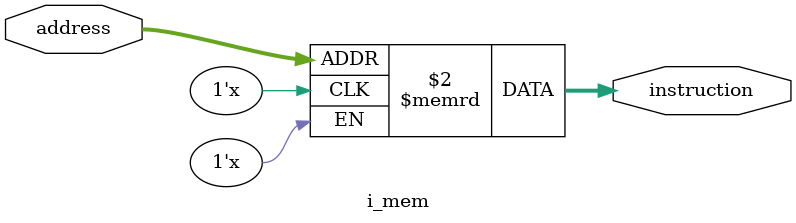
<source format=v>
module i_mem (
    input [31:0] address, // Endereço da instrução
    output reg [31:0] instruction // Instrução no endereço especificado
);

// Suponha que você tenha um conjunto de instruções hardcoded para teste
reg [31:0] memory [255:0]; // 256 instruções de 32 bits

always @(address) begin
    instruction = memory[address];
end

endmodule

</source>
